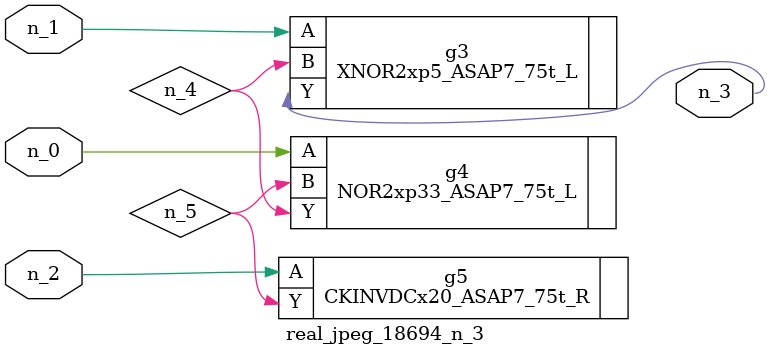
<source format=v>
module real_jpeg_18694_n_3 (n_1, n_0, n_2, n_3);

input n_1;
input n_0;
input n_2;

output n_3;

wire n_5;
wire n_4;

NOR2xp33_ASAP7_75t_L g4 ( 
.A(n_0),
.B(n_5),
.Y(n_4)
);

XNOR2xp5_ASAP7_75t_L g3 ( 
.A(n_1),
.B(n_4),
.Y(n_3)
);

CKINVDCx20_ASAP7_75t_R g5 ( 
.A(n_2),
.Y(n_5)
);


endmodule
</source>
